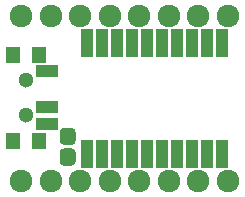
<source format=gbr>
G04 #@! TF.GenerationSoftware,KiCad,Pcbnew,5.1.6-c6e7f7d~87~ubuntu19.10.1*
G04 #@! TF.CreationDate,2020-11-04T01:00:01+01:00*
G04 #@! TF.ProjectId,board_attiny2313a,626f6172-645f-4617-9474-696e79323331,rev?*
G04 #@! TF.SameCoordinates,Original*
G04 #@! TF.FileFunction,Soldermask,Top*
G04 #@! TF.FilePolarity,Negative*
%FSLAX46Y46*%
G04 Gerber Fmt 4.6, Leading zero omitted, Abs format (unit mm)*
G04 Created by KiCad (PCBNEW 5.1.6-c6e7f7d~87~ubuntu19.10.1) date 2020-11-04 01:00:01*
%MOMM*%
%LPD*%
G01*
G04 APERTURE LIST*
%ADD10C,1.924000*%
%ADD11C,1.300000*%
%ADD12R,1.900000X1.100000*%
%ADD13R,1.200000X1.400000*%
%ADD14R,1.000000X2.350000*%
G04 APERTURE END LIST*
G36*
G01*
X72367100Y-50003400D02*
X71692100Y-50003400D01*
G75*
G02*
X71354600Y-49665900I0J337500D01*
G01*
X71354600Y-48890900D01*
G75*
G02*
X71692100Y-48553400I337500J0D01*
G01*
X72367100Y-48553400D01*
G75*
G02*
X72704600Y-48890900I0J-337500D01*
G01*
X72704600Y-49665900D01*
G75*
G02*
X72367100Y-50003400I-337500J0D01*
G01*
G37*
G36*
G01*
X72367100Y-51753400D02*
X71692100Y-51753400D01*
G75*
G02*
X71354600Y-51415900I0J337500D01*
G01*
X71354600Y-50640900D01*
G75*
G02*
X71692100Y-50303400I337500J0D01*
G01*
X72367100Y-50303400D01*
G75*
G02*
X72704600Y-50640900I0J-337500D01*
G01*
X72704600Y-51415900D01*
G75*
G02*
X72367100Y-51753400I-337500J0D01*
G01*
G37*
D10*
X68097700Y-53050200D03*
X70597700Y-53050200D03*
X73097700Y-53050200D03*
X75597700Y-53050200D03*
X78097700Y-53050200D03*
X80597700Y-53050200D03*
X83097700Y-53050200D03*
X85597700Y-53050200D03*
X85597700Y-39050200D03*
X83097700Y-39050200D03*
X80597700Y-39050200D03*
X78097700Y-39050200D03*
X75597700Y-39050200D03*
X73097700Y-39050200D03*
X70597700Y-39050200D03*
X68097700Y-39050200D03*
D11*
X68499600Y-44503400D03*
X68499600Y-47503400D03*
D12*
X70259600Y-43753400D03*
X70259600Y-46753400D03*
X70259600Y-48253400D03*
D13*
X67399600Y-42353400D03*
X67399600Y-49653400D03*
X69609600Y-49653400D03*
X69609600Y-42353400D03*
D14*
X73634600Y-50750200D03*
X74904600Y-50750200D03*
X76174600Y-50750200D03*
X77444600Y-50750200D03*
X78714600Y-50750200D03*
X79984600Y-50750200D03*
X81254600Y-50750200D03*
X82524600Y-50750200D03*
X83794600Y-50750200D03*
X85064600Y-50750200D03*
X85064600Y-41350200D03*
X83794600Y-41350200D03*
X82524600Y-41350200D03*
X81254600Y-41350200D03*
X79984600Y-41350200D03*
X78714600Y-41350200D03*
X77444600Y-41350200D03*
X76174600Y-41350200D03*
X74904600Y-41350200D03*
X73634600Y-41350200D03*
M02*

</source>
